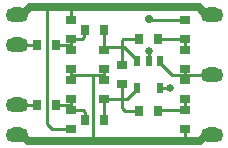
<source format=gtl>
G04*
G04 #@! TF.GenerationSoftware,Altium Limited,Altium Designer,24.6.1 (21)*
G04*
G04 Layer_Physical_Order=1*
G04 Layer_Color=39423*
%FSLAX25Y25*%
%MOIN*%
G70*
G04*
G04 #@! TF.SameCoordinates,EBD96B39-EC1D-4DCD-B27F-6C9CB96DE784*
G04*
G04*
G04 #@! TF.FilePolarity,Positive*
G04*
G01*
G75*
%ADD12R,0.03347X0.02756*%
%ADD13R,0.02756X0.03347*%
%ADD14R,0.02362X0.03347*%
%ADD20C,0.01000*%
%ADD21C,0.02500*%
%ADD22C,0.03000*%
%ADD23O,0.07500X0.05000*%
%ADD24C,0.02800*%
%ADD25C,0.02600*%
D12*
X61000Y6752D02*
D03*
Y13248D02*
D03*
Y36752D02*
D03*
Y43248D02*
D03*
Y26752D02*
D03*
Y33248D02*
D03*
X34000Y26752D02*
D03*
Y33248D02*
D03*
X40000Y21752D02*
D03*
Y28248D02*
D03*
X34000Y23248D02*
D03*
Y16752D02*
D03*
X23000Y23248D02*
D03*
Y16752D02*
D03*
Y13248D02*
D03*
Y6752D02*
D03*
X61000Y16752D02*
D03*
Y23248D02*
D03*
X23000Y36752D02*
D03*
Y43248D02*
D03*
Y26752D02*
D03*
Y33248D02*
D03*
D13*
X52248Y13000D02*
D03*
X45752D02*
D03*
X52248Y37000D02*
D03*
X45752D02*
D03*
X34248Y40000D02*
D03*
X27752D02*
D03*
X34248Y10000D02*
D03*
X27752D02*
D03*
X18248Y15000D02*
D03*
X11752D02*
D03*
X18248Y35000D02*
D03*
X11752D02*
D03*
D14*
X52740Y20571D02*
D03*
X45260D02*
D03*
Y29429D02*
D03*
X49000D02*
D03*
X52740D02*
D03*
D20*
X61000Y3000D02*
Y6752D01*
X23000Y25000D02*
X30500D01*
X34000D01*
X30500Y3000D02*
Y25000D01*
X60874Y43374D02*
X61000Y43248D01*
X49126Y43374D02*
X60874D01*
X49000Y43500D02*
X49126Y43374D01*
X52740Y28937D02*
X56677Y25000D01*
X61000D01*
X52248Y13000D02*
X52496Y13248D01*
X61000D01*
Y16752D01*
Y25500D02*
Y26752D01*
X52740Y20571D02*
X52811Y20500D01*
X56000D01*
X49000Y29429D02*
Y32853D01*
X49001Y32853D01*
X61000Y25000D02*
Y25500D01*
X34000Y25000D02*
Y27752D01*
Y23248D02*
Y25000D01*
X15000Y47000D02*
X15500Y47500D01*
X15000Y8500D02*
Y47000D01*
Y8500D02*
X16748Y6752D01*
X23000D01*
Y43248D02*
Y47500D01*
Y25000D02*
Y26752D01*
Y23248D02*
Y25000D01*
X68750Y5000D02*
X70000D01*
X5000D02*
X6250D01*
X61000Y25000D02*
X70000D01*
X52740Y28937D02*
Y29429D01*
X61000Y23248D02*
Y25000D01*
X52496Y36752D02*
X61000D01*
X52248Y37000D02*
X52496Y36752D01*
X61000Y33248D02*
Y36752D01*
X40000Y14000D02*
Y16752D01*
X41000Y13000D02*
X45752D01*
X40000Y14000D02*
X41000Y13000D01*
X40586Y37000D02*
X45752D01*
X40000Y36414D02*
X40586Y37000D01*
X40000Y34248D02*
Y36414D01*
Y16752D02*
X41933D01*
X34000D02*
X40000D01*
Y21752D01*
Y34248D02*
X40933D01*
X34000D02*
X40000D01*
Y28248D02*
Y34248D01*
X41933Y16752D02*
X45260Y20079D01*
Y20571D01*
X40933Y34248D02*
X45260Y29921D01*
Y29429D02*
Y29921D01*
X34000Y34248D02*
X34248Y34496D01*
Y40000D01*
Y10000D02*
Y16504D01*
X34000Y16752D02*
X34248Y16504D01*
X23000Y13248D02*
X27166D01*
X27752Y10000D02*
Y12662D01*
X27166Y13248D02*
X27752Y12662D01*
X23000Y15000D02*
Y16752D01*
Y13248D02*
Y15000D01*
X18248D02*
X23000D01*
Y35000D02*
Y36752D01*
Y33248D02*
Y35000D01*
X18248D02*
X23000D01*
X27500Y39748D02*
X27752Y40000D01*
X27500Y37500D02*
Y39748D01*
X26752Y36752D02*
X27500Y37500D01*
X23000Y36752D02*
X26752D01*
X5000Y15000D02*
X11752D01*
X5000Y35000D02*
X11752D01*
D21*
X61000Y3000D02*
X66074D01*
X30500D02*
X61000D01*
X66074D02*
X68073Y5000D01*
X68750D01*
X8926Y3000D02*
X30500D01*
X6927Y5000D02*
X8926Y3000D01*
X6250Y5000D02*
X6927D01*
X15500Y47500D02*
X23000D01*
X9291D02*
X15500D01*
X23000D02*
X65709D01*
X68209Y45000D01*
X6791D02*
X9291Y47500D01*
D22*
X5000Y45000D02*
X6791D01*
X68209D02*
X70000D01*
D23*
X5000Y15000D02*
D03*
Y35000D02*
D03*
Y45000D02*
D03*
X70000D02*
D03*
Y25000D02*
D03*
Y5000D02*
D03*
X5000D02*
D03*
D24*
X49000Y43500D02*
D03*
D25*
X56000Y20500D02*
D03*
X49001Y32853D02*
D03*
M02*

</source>
